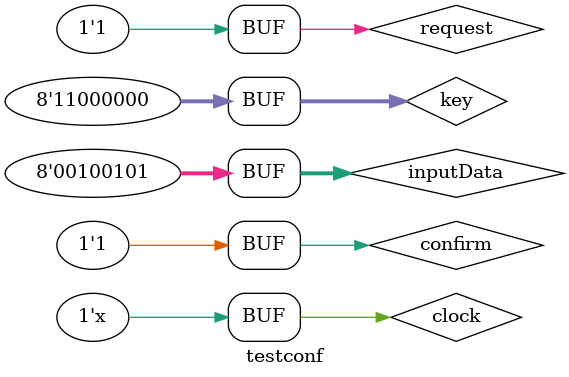
<source format=v>
`timescale 1ns / 1ps


module testconf;

	// Inputs
	reg clock;
	reg request;
	reg confirm;
	reg [7:0] key;
	reg [7:0] inputData;

	// Outputs
	wire [6:0] dataP;
	wire [6:0] dataQ;

	// Instantiate the Unit Under Test (UUT)
	ConfigurationUnit uut (
		.clock(clock), 
		.request(request), 
		.confirm(confirm), 
		.key(key), 
		.inputData(inputData), 
		.dataP(dataP), 
		.dataQ(dataQ)
	);

	initial begin
		// Initialize Inputs
		clock = 0;
		
		request = 1;
		
		confirm =1 ;
		#60
		key = 8'b11000000;
		
		inputData = 8'b11000000;
		#60
		inputData= 8'b00100101;

		// Wait 100 ns for global reset to finish
		//#100;
        
		// Add stimulus here

	end
      always #30  clock=~clock;
endmodule


</source>
